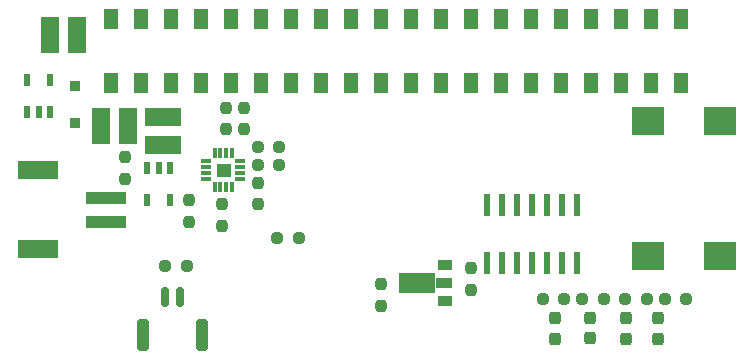
<source format=gbr>
%TF.GenerationSoftware,KiCad,Pcbnew,8.0.2*%
%TF.CreationDate,2024-05-13T09:46:36+08:00*%
%TF.ProjectId,Photon_Power_Zero_PCB_r1_01,50686f74-6f6e-45f5-906f-7765725f5a65,rev?*%
%TF.SameCoordinates,Original*%
%TF.FileFunction,Paste,Top*%
%TF.FilePolarity,Positive*%
%FSLAX46Y46*%
G04 Gerber Fmt 4.6, Leading zero omitted, Abs format (unit mm)*
G04 Created by KiCad (PCBNEW 8.0.2) date 2024-05-13 09:46:36*
%MOMM*%
%LPD*%
G01*
G04 APERTURE LIST*
G04 Aperture macros list*
%AMRoundRect*
0 Rectangle with rounded corners*
0 $1 Rounding radius*
0 $2 $3 $4 $5 $6 $7 $8 $9 X,Y pos of 4 corners*
0 Add a 4 corners polygon primitive as box body*
4,1,4,$2,$3,$4,$5,$6,$7,$8,$9,$2,$3,0*
0 Add four circle primitives for the rounded corners*
1,1,$1+$1,$2,$3*
1,1,$1+$1,$4,$5*
1,1,$1+$1,$6,$7*
1,1,$1+$1,$8,$9*
0 Add four rect primitives between the rounded corners*
20,1,$1+$1,$2,$3,$4,$5,0*
20,1,$1+$1,$4,$5,$6,$7,0*
20,1,$1+$1,$6,$7,$8,$9,0*
20,1,$1+$1,$8,$9,$2,$3,0*%
G04 Aperture macros list end*
%ADD10C,0.010000*%
%ADD11RoundRect,0.237500X0.237500X-0.250000X0.237500X0.250000X-0.237500X0.250000X-0.237500X-0.250000X0*%
%ADD12R,0.558800X1.981200*%
%ADD13RoundRect,0.237500X-0.237500X0.287500X-0.237500X-0.287500X0.237500X-0.287500X0.237500X0.287500X0*%
%ADD14RoundRect,0.237500X-0.250000X-0.237500X0.250000X-0.237500X0.250000X0.237500X-0.250000X0.237500X0*%
%ADD15R,0.550000X1.000000*%
%ADD16R,2.800000X2.400000*%
%ADD17R,1.270000X1.680000*%
%ADD18R,1.520000X3.050000*%
%ADD19R,3.500000X1.000000*%
%ADD20R,3.400000X1.500000*%
%ADD21R,3.050000X1.520000*%
%ADD22RoundRect,0.237500X0.250000X0.237500X-0.250000X0.237500X-0.250000X-0.237500X0.250000X-0.237500X0*%
%ADD23R,0.950000X0.900000*%
%ADD24R,1.300000X0.900000*%
%ADD25R,1.475000X0.900000*%
%ADD26R,3.125000X1.733000*%
%ADD27RoundRect,0.007800X-0.122200X0.422200X-0.122200X-0.422200X0.122200X-0.422200X0.122200X0.422200X0*%
%ADD28RoundRect,0.007800X0.422200X0.122200X-0.422200X0.122200X-0.422200X-0.122200X0.422200X-0.122200X0*%
%ADD29RoundRect,0.150000X-0.150000X-0.700000X0.150000X-0.700000X0.150000X0.700000X-0.150000X0.700000X0*%
%ADD30RoundRect,0.250000X-0.250000X-1.100000X0.250000X-1.100000X0.250000X1.100000X-0.250000X1.100000X0*%
G04 APERTURE END LIST*
D10*
%TO.C,U3*%
X149665000Y-90740000D02*
X148605000Y-90740000D01*
X148605000Y-89680000D01*
X149665000Y-89680000D01*
X149665000Y-90740000D01*
G36*
X149665000Y-90740000D02*
G01*
X148605000Y-90740000D01*
X148605000Y-89680000D01*
X149665000Y-89680000D01*
X149665000Y-90740000D01*
G37*
%TD*%
D11*
%TO.C,R1*%
X140770000Y-90952500D03*
X140770000Y-89127500D03*
%TD*%
D12*
%TO.C,U1*%
X171475000Y-93140000D03*
X172745000Y-93140000D03*
X174015000Y-93140000D03*
X175285000Y-93140000D03*
X176555000Y-93140000D03*
X177825000Y-93140000D03*
X179095000Y-93140000D03*
X179095000Y-98067600D03*
X177825000Y-98067600D03*
X172745000Y-98067600D03*
X174015000Y-98067600D03*
X176555000Y-98067600D03*
X175285000Y-98067600D03*
X171475000Y-98067600D03*
%TD*%
D13*
%TO.C,D1*%
X185910000Y-102780000D03*
X185910000Y-104530000D03*
%TD*%
D11*
%TO.C,C1*%
X149040000Y-94932500D03*
X149040000Y-93107500D03*
%TD*%
D14*
%TO.C,R4*%
X152037500Y-88280000D03*
X153862500Y-88280000D03*
%TD*%
D11*
%TO.C,R1*%
X149340000Y-86752500D03*
X149340000Y-84927500D03*
%TD*%
D15*
%TO.C,U4*%
X142700000Y-92740000D03*
X142700000Y-90040000D03*
X143650000Y-90040000D03*
X144600000Y-92740000D03*
X144600000Y-90040000D03*
%TD*%
D16*
%TO.C,J3*%
X185100000Y-97470000D03*
X191200000Y-97470000D03*
X191200000Y-86070000D03*
X185100000Y-86070000D03*
%TD*%
D11*
%TO.C,R1*%
X150850000Y-86752500D03*
X150850000Y-84927500D03*
%TD*%
D17*
%TO.C,REF\u002A\u002A*%
X139610000Y-77400000D03*
X139610000Y-82840000D03*
X142150000Y-77400000D03*
X142150000Y-82840000D03*
X144690000Y-82840000D03*
X147230000Y-77400000D03*
X147230000Y-82840000D03*
X149770000Y-77400000D03*
X152310000Y-77400000D03*
X152310000Y-82840000D03*
X154850000Y-82840000D03*
X157390000Y-77400000D03*
X157390000Y-82840000D03*
X159930000Y-77400000D03*
X159930000Y-82840000D03*
X162470000Y-82840000D03*
X165010000Y-77400000D03*
X165010000Y-82840000D03*
X167550000Y-77400000D03*
X167550000Y-82840000D03*
X170090000Y-77400000D03*
X172630000Y-77400000D03*
X172630000Y-82840000D03*
X175170000Y-82840000D03*
X177710000Y-77400000D03*
X177710000Y-82840000D03*
X180250000Y-82840000D03*
X182790000Y-77400000D03*
X182790000Y-82840000D03*
X185330000Y-77400000D03*
X185330000Y-82840000D03*
X187870000Y-77400000D03*
X149770000Y-82840000D03*
X170090000Y-82840000D03*
X187870000Y-82840000D03*
X144690000Y-77400000D03*
X154850000Y-77400000D03*
X162470000Y-77400000D03*
X175170000Y-77400000D03*
X180250000Y-77400000D03*
%TD*%
D11*
%TO.C,C1*%
X146240000Y-94612500D03*
X146240000Y-92787500D03*
%TD*%
D18*
%TO.C,L1*%
X141070000Y-86520000D03*
X138780000Y-86520000D03*
%TD*%
D19*
%TO.C,J1*%
X139190000Y-92590000D03*
X139190000Y-94590000D03*
D20*
X133440000Y-90240000D03*
X133440000Y-96940000D03*
%TD*%
D13*
%TO.C,D1*%
X177190000Y-102762500D03*
X177190000Y-104512500D03*
%TD*%
D21*
%TO.C,C3*%
X143980000Y-88060000D03*
X143980000Y-85770000D03*
%TD*%
D18*
%TO.C,C3*%
X136770000Y-78820000D03*
X134480000Y-78820000D03*
%TD*%
D22*
%TO.C,R4*%
X155525000Y-95980000D03*
X153700000Y-95980000D03*
%TD*%
D13*
%TO.C,D1*%
X183180000Y-102750000D03*
X183180000Y-104500000D03*
%TD*%
D23*
%TO.C,D2*%
X136550000Y-86260000D03*
X136550000Y-83110000D03*
%TD*%
D11*
%TO.C,C1*%
X170070000Y-100352500D03*
X170070000Y-98527500D03*
%TD*%
D24*
%TO.C,U2*%
X167887500Y-101270000D03*
D25*
X167800000Y-99770000D03*
D26*
X165500000Y-99770000D03*
D24*
X167887500Y-98270000D03*
%TD*%
D11*
%TO.C,C1*%
X162440000Y-101712500D03*
X162440000Y-99887500D03*
%TD*%
D14*
%TO.C,R2*%
X176175000Y-101170000D03*
X178000000Y-101170000D03*
%TD*%
%TO.C,R2*%
X183170000Y-101140000D03*
X184995000Y-101140000D03*
%TD*%
D22*
%TO.C,R2*%
X188325000Y-101140000D03*
X186500000Y-101140000D03*
%TD*%
D11*
%TO.C,C1*%
X152020000Y-93132500D03*
X152020000Y-91307500D03*
%TD*%
D27*
%TO.C,U3*%
X149385000Y-88775000D03*
X148885000Y-88775000D03*
X148385000Y-88775000D03*
X148385000Y-91645000D03*
D28*
X147700000Y-89960000D03*
X147700000Y-89460000D03*
X147700000Y-90960000D03*
D27*
X149885000Y-91645000D03*
D28*
X150570000Y-90960000D03*
X150570000Y-89460000D03*
D27*
X149385000Y-91645000D03*
X148885000Y-91645000D03*
D28*
X147700000Y-90460000D03*
X150570000Y-89960000D03*
X150570000Y-90460000D03*
D27*
X149885000Y-88775000D03*
%TD*%
D14*
%TO.C,R1*%
X152040000Y-89790000D03*
X153865000Y-89790000D03*
%TD*%
D13*
%TO.C,D1*%
X180140000Y-102727500D03*
X180140000Y-104477500D03*
%TD*%
D15*
%TO.C,U5*%
X133490000Y-85310000D03*
X132540000Y-82610000D03*
X134440000Y-85310000D03*
X132540000Y-85310000D03*
X134440000Y-82610000D03*
%TD*%
D22*
%TO.C,R1*%
X146042500Y-98360000D03*
X144217500Y-98360000D03*
%TD*%
D14*
%TO.C,R2*%
X179525000Y-101150000D03*
X181350000Y-101150000D03*
%TD*%
D29*
%TO.C,J2*%
X144189000Y-100944000D03*
X145439000Y-100944000D03*
D30*
X142339000Y-104144000D03*
X147289000Y-104144000D03*
%TD*%
M02*

</source>
